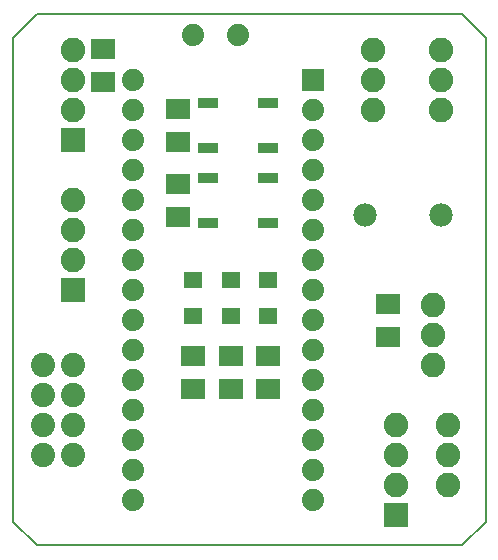
<source format=gts>
G75*
G70*
%OFA0B0*%
%FSLAX24Y24*%
%IPPOS*%
%LPD*%
%AMOC8*
5,1,8,0,0,1.08239X$1,22.5*
%
%ADD10C,0.0080*%
%ADD11C,0.0740*%
%ADD12R,0.0740X0.0740*%
%ADD13C,0.0808*%
%ADD14C,0.0820*%
%ADD15R,0.0820X0.0820*%
%ADD16R,0.0789X0.0710*%
%ADD17C,0.0780*%
%ADD18R,0.0631X0.0552*%
%ADD19R,0.0680X0.0380*%
D10*
X000400Y000987D02*
X001187Y000200D01*
X015361Y000200D01*
X016148Y000987D01*
X016148Y017129D01*
X015361Y017917D01*
X001187Y017917D01*
X000400Y017129D01*
X000400Y000987D01*
D11*
X004400Y001700D03*
X004400Y002700D03*
X004400Y003700D03*
X004400Y004700D03*
X004400Y005700D03*
X004400Y006700D03*
X004400Y007700D03*
X004400Y008700D03*
X004400Y009700D03*
X004400Y010700D03*
X004400Y011700D03*
X004400Y012700D03*
X004400Y013700D03*
X004400Y014700D03*
X004400Y015700D03*
X006400Y017200D03*
X007900Y017200D03*
X010400Y014700D03*
X010400Y013700D03*
X010400Y012700D03*
X010400Y011700D03*
X010400Y010700D03*
X010400Y009700D03*
X010400Y008700D03*
X010400Y007700D03*
X010400Y006700D03*
X010400Y005700D03*
X010400Y004700D03*
X010400Y003700D03*
X010400Y002700D03*
X010400Y001700D03*
D12*
X010400Y015700D03*
D13*
X002400Y006200D03*
X002400Y005200D03*
X002400Y004200D03*
X002400Y003200D03*
X001400Y003200D03*
X001400Y004200D03*
X001400Y005200D03*
X001400Y006200D03*
D14*
X002400Y009700D03*
X002400Y010700D03*
X002400Y011700D03*
X002400Y014700D03*
X002400Y015700D03*
X002400Y016700D03*
X012400Y016700D03*
X012400Y015700D03*
X012400Y014700D03*
X014650Y014700D03*
X014650Y015700D03*
X014650Y016700D03*
X014400Y008200D03*
X014400Y007200D03*
X014400Y006200D03*
X014900Y004200D03*
X014900Y003200D03*
X014900Y002200D03*
X013150Y002200D03*
X013150Y003200D03*
X013150Y004200D03*
D15*
X013150Y001200D03*
X002400Y008700D03*
X002400Y013700D03*
D16*
X003400Y015649D03*
X003400Y016751D03*
X005900Y014751D03*
X005900Y013649D03*
X005900Y012251D03*
X005900Y011149D03*
X006400Y006501D03*
X006400Y005399D03*
X007650Y005399D03*
X007650Y006501D03*
X008900Y006501D03*
X008900Y005399D03*
X012900Y007149D03*
X012900Y008251D03*
D17*
X012120Y011200D03*
X014680Y011200D03*
D18*
X008900Y009041D03*
X008900Y007859D03*
X007650Y007859D03*
X007650Y009041D03*
X006400Y009041D03*
X006400Y007859D03*
D19*
X006900Y010950D03*
X006900Y012450D03*
X006900Y013450D03*
X006900Y014950D03*
X008900Y014950D03*
X008900Y013450D03*
X008900Y012450D03*
X008900Y010950D03*
M02*

</source>
